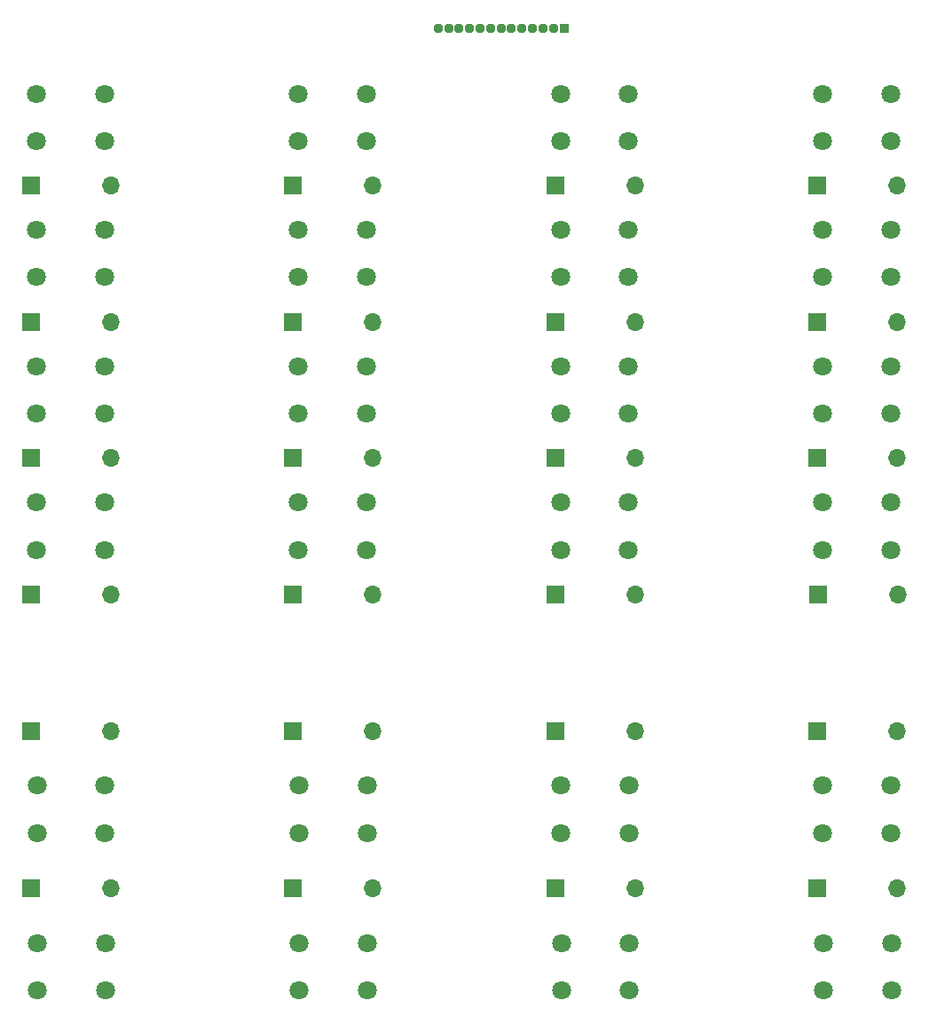
<source format=gbr>
%TF.GenerationSoftware,KiCad,Pcbnew,(5.1.6)-1*%
%TF.CreationDate,2020-06-18T14:47:13+02:00*%
%TF.ProjectId,antrieb smd,616e7472-6965-4622-9073-6d642e6b6963,rev?*%
%TF.SameCoordinates,Original*%
%TF.FileFunction,Soldermask,Bot*%
%TF.FilePolarity,Negative*%
%FSLAX46Y46*%
G04 Gerber Fmt 4.6, Leading zero omitted, Abs format (unit mm)*
G04 Created by KiCad (PCBNEW (5.1.6)-1) date 2020-06-18 14:47:13*
%MOMM*%
%LPD*%
G01*
G04 APERTURE LIST*
%ADD10O,0.950000X0.950000*%
%ADD11R,0.950000X0.950000*%
%ADD12R,1.700000X1.700000*%
%ADD13O,1.700000X1.700000*%
%ADD14C,1.800000*%
G04 APERTURE END LIST*
D10*
%TO.C,J1*%
X63158600Y-45821600D03*
X64158600Y-45821600D03*
X65158600Y-45821600D03*
X66158600Y-45821600D03*
X67158600Y-45821600D03*
X68158600Y-45821600D03*
X69158600Y-45821600D03*
X70158600Y-45821600D03*
X71158600Y-45821600D03*
X72158600Y-45821600D03*
X73158600Y-45821600D03*
X74158600Y-45821600D03*
D11*
X75158600Y-45821600D03*
%TD*%
D12*
%TO.C,D45*%
X24312600Y-127815600D03*
D13*
X31932600Y-127815600D03*
%TD*%
D12*
%TO.C,D46*%
X49312600Y-127815600D03*
D13*
X56932600Y-127815600D03*
%TD*%
D12*
%TO.C,D47*%
X74312600Y-127815600D03*
D13*
X81932600Y-127815600D03*
%TD*%
D12*
%TO.C,D48*%
X99312600Y-127815600D03*
D13*
X106932600Y-127815600D03*
%TD*%
D12*
%TO.C,D44*%
X99312600Y-112815600D03*
D13*
X106932600Y-112815600D03*
%TD*%
D12*
%TO.C,D43*%
X74312600Y-112815600D03*
D13*
X81932600Y-112815600D03*
%TD*%
D12*
%TO.C,D42*%
X49312600Y-112815600D03*
D13*
X56932600Y-112815600D03*
%TD*%
%TO.C,D41*%
X31932600Y-112815600D03*
D12*
X24312600Y-112815600D03*
%TD*%
%TO.C,D40*%
X99447600Y-99775600D03*
D13*
X107067600Y-99775600D03*
%TD*%
D12*
%TO.C,D39*%
X74312600Y-99775600D03*
D13*
X81932600Y-99775600D03*
%TD*%
D12*
%TO.C,D38*%
X49312600Y-99775600D03*
D13*
X56932600Y-99775600D03*
%TD*%
D12*
%TO.C,D37*%
X24312600Y-99775600D03*
D13*
X31932600Y-99775600D03*
%TD*%
D12*
%TO.C,D36*%
X99312600Y-86775600D03*
D13*
X106932600Y-86775600D03*
%TD*%
D12*
%TO.C,D35*%
X74312600Y-86775600D03*
D13*
X81932600Y-86775600D03*
%TD*%
D12*
%TO.C,D34*%
X49312600Y-86775600D03*
D13*
X56932600Y-86775600D03*
%TD*%
D12*
%TO.C,D33*%
X24312600Y-86775600D03*
D13*
X31932600Y-86775600D03*
%TD*%
D12*
%TO.C,D32*%
X99312600Y-73775600D03*
D13*
X106932600Y-73775600D03*
%TD*%
D12*
%TO.C,D31*%
X74312600Y-73775600D03*
D13*
X81932600Y-73775600D03*
%TD*%
D12*
%TO.C,D30*%
X49312600Y-73775600D03*
D13*
X56932600Y-73775600D03*
%TD*%
D12*
%TO.C,D29*%
X24312600Y-73775600D03*
D13*
X31932600Y-73775600D03*
%TD*%
D12*
%TO.C,D28*%
X99312600Y-60775600D03*
D13*
X106932600Y-60775600D03*
%TD*%
D12*
%TO.C,D27*%
X74312600Y-60775600D03*
D13*
X81932600Y-60775600D03*
%TD*%
D12*
%TO.C,D26*%
X49312600Y-60775600D03*
D13*
X56932600Y-60775600D03*
%TD*%
%TO.C,D25*%
X31932600Y-60775600D03*
D12*
X24312600Y-60775600D03*
%TD*%
D14*
%TO.C,SW21*%
X24918920Y-133048300D03*
X31418920Y-133048300D03*
X24918920Y-137548300D03*
X31418920Y-137548300D03*
%TD*%
%TO.C,SW23*%
X74918920Y-133048300D03*
X81418920Y-133048300D03*
X74918920Y-137548300D03*
X81418920Y-137548300D03*
%TD*%
%TO.C,SW24*%
X99918920Y-133048300D03*
X106418920Y-133048300D03*
X99918920Y-137548300D03*
X106418920Y-137548300D03*
%TD*%
%TO.C,SW22*%
X49918920Y-133048300D03*
X56418920Y-133048300D03*
X49918920Y-137548300D03*
X56418920Y-137548300D03*
%TD*%
%TO.C,SW17*%
X24878280Y-118041980D03*
X31378280Y-118041980D03*
X24878280Y-122541980D03*
X31378280Y-122541980D03*
%TD*%
%TO.C,SW19*%
X74878280Y-118041980D03*
X81378280Y-118041980D03*
X74878280Y-122541980D03*
X81378280Y-122541980D03*
%TD*%
%TO.C,SW20*%
X99878280Y-118041980D03*
X106378280Y-118041980D03*
X99878280Y-122541980D03*
X106378280Y-122541980D03*
%TD*%
%TO.C,SW18*%
X49878280Y-118041980D03*
X56378280Y-118041980D03*
X49878280Y-122541980D03*
X56378280Y-122541980D03*
%TD*%
%TO.C,SW16*%
X106332560Y-95526820D03*
X99832560Y-95526820D03*
X106332560Y-91026820D03*
X99832560Y-91026820D03*
%TD*%
%TO.C,SW15*%
X81332560Y-95526820D03*
X74832560Y-95526820D03*
X81332560Y-91026820D03*
X74832560Y-91026820D03*
%TD*%
%TO.C,SW14*%
X56332560Y-95526820D03*
X49832560Y-95526820D03*
X56332560Y-91026820D03*
X49832560Y-91026820D03*
%TD*%
%TO.C,SW13*%
X31332560Y-95526820D03*
X24832560Y-95526820D03*
X31332560Y-91026820D03*
X24832560Y-91026820D03*
%TD*%
%TO.C,SW12*%
X106332560Y-82526820D03*
X99832560Y-82526820D03*
X106332560Y-78026820D03*
X99832560Y-78026820D03*
%TD*%
%TO.C,SW11*%
X81332560Y-82526820D03*
X74832560Y-82526820D03*
X81332560Y-78026820D03*
X74832560Y-78026820D03*
%TD*%
%TO.C,SW10*%
X56332560Y-82526820D03*
X49832560Y-82526820D03*
X56332560Y-78026820D03*
X49832560Y-78026820D03*
%TD*%
%TO.C,SW9*%
X31332560Y-82526820D03*
X24832560Y-82526820D03*
X31332560Y-78026820D03*
X24832560Y-78026820D03*
%TD*%
%TO.C,SW8*%
X106332560Y-69526820D03*
X99832560Y-69526820D03*
X106332560Y-65026820D03*
X99832560Y-65026820D03*
%TD*%
%TO.C,SW7*%
X81332560Y-69526820D03*
X74832560Y-69526820D03*
X81332560Y-65026820D03*
X74832560Y-65026820D03*
%TD*%
%TO.C,SW6*%
X56332560Y-69526820D03*
X49832560Y-69526820D03*
X56332560Y-65026820D03*
X49832560Y-65026820D03*
%TD*%
%TO.C,SW5*%
X31332560Y-69526820D03*
X24832560Y-69526820D03*
X31332560Y-65026820D03*
X24832560Y-65026820D03*
%TD*%
%TO.C,SW4*%
X106332560Y-56526820D03*
X99832560Y-56526820D03*
X106332560Y-52026820D03*
X99832560Y-52026820D03*
%TD*%
%TO.C,SW3*%
X81332560Y-56526820D03*
X74832560Y-56526820D03*
X81332560Y-52026820D03*
X74832560Y-52026820D03*
%TD*%
%TO.C,SW2*%
X56332560Y-56526820D03*
X49832560Y-56526820D03*
X56332560Y-52026820D03*
X49832560Y-52026820D03*
%TD*%
%TO.C,SW1*%
X24832560Y-52026820D03*
X31332560Y-52026820D03*
X24832560Y-56526820D03*
X31332560Y-56526820D03*
%TD*%
M02*

</source>
